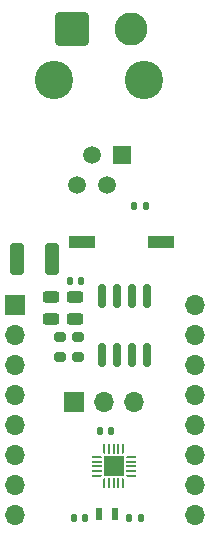
<source format=gts>
G04 #@! TF.GenerationSoftware,KiCad,Pcbnew,8.0.8*
G04 #@! TF.CreationDate,2025-05-02T07:15:15-04:00*
G04 #@! TF.ProjectId,DevBoard1,44657642-6f61-4726-9431-2e6b69636164,rev?*
G04 #@! TF.SameCoordinates,Original*
G04 #@! TF.FileFunction,Soldermask,Top*
G04 #@! TF.FilePolarity,Negative*
%FSLAX46Y46*%
G04 Gerber Fmt 4.6, Leading zero omitted, Abs format (unit mm)*
G04 Created by KiCad (PCBNEW 8.0.8) date 2025-05-02 07:15:15*
%MOMM*%
%LPD*%
G01*
G04 APERTURE LIST*
G04 Aperture macros list*
%AMRoundRect*
0 Rectangle with rounded corners*
0 $1 Rounding radius*
0 $2 $3 $4 $5 $6 $7 $8 $9 X,Y pos of 4 corners*
0 Add a 4 corners polygon primitive as box body*
4,1,4,$2,$3,$4,$5,$6,$7,$8,$9,$2,$3,0*
0 Add four circle primitives for the rounded corners*
1,1,$1+$1,$2,$3*
1,1,$1+$1,$4,$5*
1,1,$1+$1,$6,$7*
1,1,$1+$1,$8,$9*
0 Add four rect primitives between the rounded corners*
20,1,$1+$1,$2,$3,$4,$5,0*
20,1,$1+$1,$4,$5,$6,$7,0*
20,1,$1+$1,$6,$7,$8,$9,0*
20,1,$1+$1,$8,$9,$2,$3,0*%
%AMFreePoly0*
4,1,14,0.334644,0.085355,0.385355,0.034644,0.400000,-0.000711,0.400000,-0.050000,0.385355,-0.085355,0.350000,-0.100000,-0.350000,-0.100000,-0.385355,-0.085355,-0.400000,-0.050000,-0.400000,0.050000,-0.385355,0.085355,-0.350000,0.100000,0.299289,0.100000,0.334644,0.085355,0.334644,0.085355,$1*%
%AMFreePoly1*
4,1,14,0.385355,0.085355,0.400000,0.050000,0.400000,0.000711,0.385355,-0.034644,0.334644,-0.085355,0.299289,-0.100000,-0.350000,-0.100000,-0.385355,-0.085355,-0.400000,-0.050000,-0.400000,0.050000,-0.385355,0.085355,-0.350000,0.100000,0.350000,0.100000,0.385355,0.085355,0.385355,0.085355,$1*%
%AMFreePoly2*
4,1,14,0.085355,0.385355,0.100000,0.350000,0.100000,-0.350000,0.085355,-0.385355,0.050000,-0.400000,-0.050000,-0.400000,-0.085355,-0.385355,-0.100000,-0.350000,-0.100000,0.299289,-0.085355,0.334644,-0.034644,0.385355,0.000711,0.400000,0.050000,0.400000,0.085355,0.385355,0.085355,0.385355,$1*%
%AMFreePoly3*
4,1,14,0.034644,0.385355,0.085355,0.334644,0.100000,0.299289,0.100000,-0.350000,0.085355,-0.385355,0.050000,-0.400000,-0.050000,-0.400000,-0.085355,-0.385355,-0.100000,-0.350000,-0.100000,0.350000,-0.085355,0.385355,-0.050000,0.400000,-0.000711,0.400000,0.034644,0.385355,0.034644,0.385355,$1*%
%AMFreePoly4*
4,1,14,0.385355,0.085355,0.400000,0.050000,0.400000,-0.050000,0.385355,-0.085355,0.350000,-0.100000,-0.299289,-0.100000,-0.334644,-0.085355,-0.385355,-0.034644,-0.400000,0.000711,-0.400000,0.050000,-0.385355,0.085355,-0.350000,0.100000,0.350000,0.100000,0.385355,0.085355,0.385355,0.085355,$1*%
%AMFreePoly5*
4,1,14,0.385355,0.085355,0.400000,0.050000,0.400000,-0.050000,0.385355,-0.085355,0.350000,-0.100000,-0.350000,-0.100000,-0.385355,-0.085355,-0.400000,-0.050000,-0.400000,-0.000711,-0.385355,0.034644,-0.334644,0.085355,-0.299289,0.100000,0.350000,0.100000,0.385355,0.085355,0.385355,0.085355,$1*%
%AMFreePoly6*
4,1,14,0.085355,0.385355,0.100000,0.350000,0.100000,-0.299289,0.085355,-0.334644,0.034644,-0.385355,-0.000711,-0.400000,-0.050000,-0.400000,-0.085355,-0.385355,-0.100000,-0.350000,-0.100000,0.350000,-0.085355,0.385355,-0.050000,0.400000,0.050000,0.400000,0.085355,0.385355,0.085355,0.385355,$1*%
%AMFreePoly7*
4,1,14,0.085355,0.385355,0.100000,0.350000,0.100000,-0.350000,0.085355,-0.385355,0.050000,-0.400000,0.000711,-0.400000,-0.034644,-0.385355,-0.085355,-0.334644,-0.100000,-0.299289,-0.100000,0.350000,-0.085355,0.385355,-0.050000,0.400000,0.050000,0.400000,0.085355,0.385355,0.085355,0.385355,$1*%
G04 Aperture macros list end*
%ADD10RoundRect,0.200000X0.275000X-0.200000X0.275000X0.200000X-0.275000X0.200000X-0.275000X-0.200000X0*%
%ADD11RoundRect,0.243750X0.456250X-0.243750X0.456250X0.243750X-0.456250X0.243750X-0.456250X-0.243750X0*%
%ADD12RoundRect,0.250000X-0.325000X-1.100000X0.325000X-1.100000X0.325000X1.100000X-0.325000X1.100000X0*%
%ADD13RoundRect,0.140000X0.140000X0.170000X-0.140000X0.170000X-0.140000X-0.170000X0.140000X-0.170000X0*%
%ADD14C,3.250000*%
%ADD15R,1.500000X1.500000*%
%ADD16C,1.500000*%
%ADD17RoundRect,0.140000X-0.140000X-0.170000X0.140000X-0.170000X0.140000X0.170000X-0.140000X0.170000X0*%
%ADD18RoundRect,0.250001X-1.149999X-1.149999X1.149999X-1.149999X1.149999X1.149999X-1.149999X1.149999X0*%
%ADD19C,2.800000*%
%ADD20FreePoly0,270.000000*%
%ADD21RoundRect,0.050000X-0.050000X0.350000X-0.050000X-0.350000X0.050000X-0.350000X0.050000X0.350000X0*%
%ADD22FreePoly1,270.000000*%
%ADD23FreePoly2,270.000000*%
%ADD24RoundRect,0.050000X-0.350000X0.050000X-0.350000X-0.050000X0.350000X-0.050000X0.350000X0.050000X0*%
%ADD25FreePoly3,270.000000*%
%ADD26FreePoly4,270.000000*%
%ADD27FreePoly5,270.000000*%
%ADD28FreePoly6,270.000000*%
%ADD29FreePoly7,270.000000*%
%ADD30R,1.700000X1.700000*%
%ADD31O,1.700000X1.700000*%
%ADD32R,0.600000X1.100000*%
%ADD33RoundRect,0.135000X-0.135000X-0.185000X0.135000X-0.185000X0.135000X0.185000X-0.135000X0.185000X0*%
%ADD34RoundRect,0.150000X0.150000X-0.825000X0.150000X0.825000X-0.150000X0.825000X-0.150000X-0.825000X0*%
%ADD35R,2.160000X1.120000*%
G04 APERTURE END LIST*
D10*
X94234000Y-75501000D03*
X94234000Y-73851000D03*
D11*
X93980000Y-72311500D03*
X93980000Y-70436500D03*
D12*
X89076000Y-67183000D03*
X92026000Y-67183000D03*
D13*
X94488000Y-69088000D03*
X93528000Y-69088000D03*
D14*
X92202000Y-52070000D03*
X99822000Y-52070000D03*
D15*
X97922000Y-58420000D03*
D16*
X96652000Y-60960000D03*
X95382000Y-58420000D03*
X94112000Y-60960000D03*
D17*
X96068000Y-81788000D03*
X97028000Y-81788000D03*
D18*
X93704400Y-47752000D03*
D19*
X98704400Y-47752000D03*
D20*
X98049800Y-83316600D03*
D21*
X97649800Y-83316600D03*
X97249800Y-83316600D03*
X96849800Y-83316600D03*
D22*
X96449800Y-83316600D03*
D23*
X95799800Y-83966600D03*
D24*
X95799800Y-84366600D03*
X95799800Y-84766600D03*
X95799800Y-85166600D03*
D25*
X95799800Y-85566600D03*
D26*
X96449800Y-86216600D03*
D21*
X96849800Y-86216600D03*
X97249800Y-86216600D03*
X97649800Y-86216600D03*
D27*
X98049800Y-86216600D03*
D28*
X98699800Y-85566600D03*
D24*
X98699800Y-85166600D03*
X98699800Y-84766600D03*
X98699800Y-84366600D03*
D29*
X98699800Y-83966600D03*
D30*
X97249800Y-84766600D03*
X93878400Y-79298800D03*
D31*
X96418400Y-79298800D03*
X98958400Y-79298800D03*
D10*
X92710000Y-75501000D03*
X92710000Y-73851000D03*
D30*
X88900000Y-71120000D03*
D31*
X88900000Y-73660000D03*
X88900000Y-76200000D03*
X88900000Y-78740000D03*
X88900000Y-81280000D03*
X88900000Y-83820000D03*
X88900000Y-86360000D03*
X88900000Y-88900000D03*
X104140000Y-88900000D03*
X104140000Y-86360000D03*
X104140000Y-83820000D03*
X104140000Y-81280000D03*
X104140000Y-78740000D03*
X104140000Y-76200000D03*
X104140000Y-73660000D03*
X104140000Y-71120000D03*
D32*
X97372400Y-88780300D03*
X95972400Y-88780300D03*
D33*
X98933000Y-62738000D03*
X99953000Y-62738000D03*
D13*
X94813000Y-89154000D03*
X93853000Y-89154000D03*
D34*
X96266000Y-75308000D03*
X97536000Y-75308000D03*
X98806000Y-75308000D03*
X100076000Y-75308000D03*
X100076000Y-70358000D03*
X98806000Y-70358000D03*
X97536000Y-70358000D03*
X96266000Y-70358000D03*
D11*
X91948000Y-72311500D03*
X91948000Y-70436500D03*
D35*
X94552000Y-65786000D03*
X101282000Y-65786000D03*
D17*
X98580000Y-89154000D03*
X99540000Y-89154000D03*
M02*

</source>
